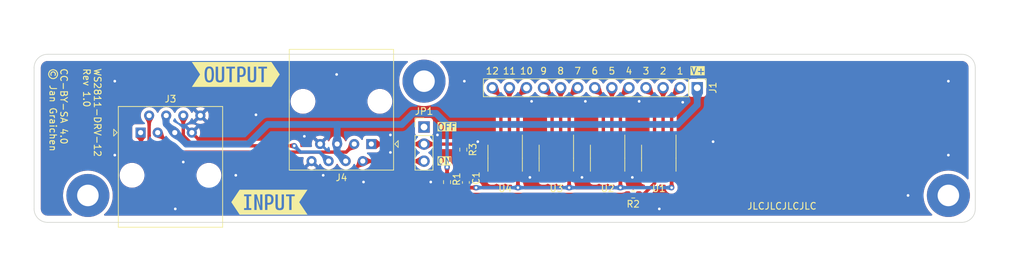
<source format=kicad_pcb>
(kicad_pcb (version 20221018) (generator pcbnew)
  (layers (0 "F.Cu" signal) (31 "B.Cu" signal) (34 "B.Paste" user) (35 "F.Paste" user) (36 "B.SilkS" user "B.Silkscreen") (37 "F.SilkS" user "F.Silkscreen") (38 "B.Mask" user) (39 "F.Mask" user) (44 "Edge.Cuts" user))
  (net 0 "")
  (net 1 "Net-(J3-Pad1)")
  (net 2 "Net-(J3-Pad3)")
  (net 3 "VCC")
  (net 4 "Net-(J3-Pad6)")
  (net 5 "GND")
  (net 6 "Net-(JP1-B)")
  (net 7 "Net-(U1-VDD)")
  (net 8 "Net-(U1-DIN)")
  (net 9 "Net-(U4-DO)")
  (net 10 "Net-(J1-Pin_2)")
  (net 11 "Net-(J1-Pin_3)")
  (net 12 "Net-(U1-DO)")
  (net 14 "Net-(J1-Pin_4)")
  (net 15 "Net-(J1-Pin_5)")
  (net 16 "Net-(J1-Pin_6)")
  (net 17 "Net-(JP1-C)")
  (net 18 "Net-(U2-DO)")
  (net 20 "Net-(J1-Pin_7)")
  (net 21 "Net-(J1-Pin_8)")
  (net 22 "Net-(J1-Pin_9)")
  (net 23 "Net-(U3-DO)")
  (net 25 "Net-(J1-Pin_10)")
  (net 26 "Net-(J1-Pin_11)")
  (net 27 "Net-(J1-Pin_12)")
  (net 29 "Net-(J1-Pin_13)")
  (footprint "MountingHole:MountingHole_3.2mm_M3_Pad" (layer "F.Cu") (at 135 85)
    (fp_text reference "REF**" hide)
    (fp_text value "MountingHole_3.2mm_M3_Pad")
    (pad "1" thru_hole circle (at 0 0) (size 6.4 6.4) (drill 3.2) (layers "*.Cu" "*.Mask"))
  )
  (footprint "Capacitor_SMD:C_0603_1608Metric" (layer "F.Cu") (at 141.224 100.063 90)
    (fp_text reference "C1" (at 0.622 1.524 90) (layer "F.SilkS"))
    (fp_text value "104")
    (fp_line (start -0.14058 -0.51) (end 0.14058 -0.51) (stroke (width 0.12)) (layer "F.SilkS"))
    (fp_line (start -0.14058 0.51) (end 0.14058 0.51) (stroke (width 0.12)) (layer "F.SilkS"))
    (pad "1" smd roundrect (at -0.775 0 90) (size 0.9 0.95) (layers "F.Cu" "F.Paste" "F.Mask") (net 7 "Net-(U1-VDD)"))
    (pad "2" smd roundrect (at 0.775 0 90) (size 0.9 0.95) (layers "F.Cu" "F.Paste" "F.Mask") (net 5 "GND"))
  )
  (footprint "MountingHole:MountingHole_3.2mm_M3_Pad" (layer "F.Cu") (at 85 102)
    (fp_text reference "REF**" hide)
    (fp_text value "MountingHole_3.2mm_M3_Pad")
    (pad "1" thru_hole circle (at 0 0) (size 6.4 6.4) (drill 3.2) (layers "*.Cu" "*.Mask"))
  )
  (footprint "Resistor_SMD:R_0603_1608Metric" (layer "F.Cu") (at 166.116 101.854 180)
    (fp_text reference "R2" (at 0 -1.43) (layer "F.SilkS"))
    (fp_text value "33R")
    (fp_line (start -0.237258 -0.5225) (end 0.237258 -0.5225) (stroke (width 0.12)) (layer "F.SilkS"))
    (fp_line (start -0.237258 0.5225) (end 0.237258 0.5225) (stroke (width 0.12)) (layer "F.SilkS"))
    (pad "1" smd roundrect (at -0.825 0 180) (size 0.8 0.95) (layers "F.Cu" "F.Paste" "F.Mask") (net 8 "Net-(U1-DIN)"))
    (pad "2" smd roundrect (at 0.825 0 180) (size 0.8 0.95) (layers "F.Cu" "F.Paste" "F.Mask") (net 1 "Net-(J3-Pad1)"))
  )
  (footprint "kibuzzard-6563A51A" (layer "F.Cu") (at 107 84)
    (fp_text reference "kibuzzard-6563A51A" hide)
    (fp_text value "G***" hide)
    (fp_poly (pts (xy 1.144588 -0.415925) (xy 1.121172 -0.642937) (xy 1.050925 -0.796925) (xy 0.931466 -0.885031) (xy 0.760413 -0.9144) (xy 0.576263 -0.889) (xy 0.576263 0.085725) (xy 0.760413 0.10795) (xy 0.931466 0.078184) (xy 1.050925 -0.011112) (xy 1.121172 -0.171847) (xy 1.144588 -0.415925)) (fill solid) (layer "F.SilkS"))
    (fp_poly (pts (xy -3.668712 -0.719137) (xy -3.780631 -0.865584) (xy -3.944937 -0.9144) (xy -4.109244 -0.865584) (xy -4.221162 -0.719137) (xy -4.268787 -0.55245) (xy -4.297362 -0.312737) (xy -4.306887 0) (xy -4.297362 0.312738) (xy -4.268787 0.55245) (xy -4.221162 0.719138) (xy -4.109244 0.865584) (xy -3.944937 0.9144) (xy -3.780631 0.865584) (xy -3.668712 0.719138) (xy -3.621087 0.55245) (xy -3.592512 0.312738) (xy -3.582987 0) (xy -3.592512 -0.312737) (xy -3.621087 -0.55245) (xy -3.668712 -0.719137)) (fill solid) (layer "F.SilkS"))
    (fp_poly (pts (xy -4.643437 -1.852083) (xy -5.304896 -1.852083) (xy -6.539618 -1.852083) (xy -5.304896 0) (xy -6.539618 1.852083) (xy -5.304896 1.852083) (xy -4.643437 1.852083) (xy -3.944937 1.852083) (xy -3.944937 1.190625) (xy -4.1656 1.163638) (xy -4.338637 1.082675) (xy -4.470003 0.935831) (xy -4.56565 0.7112) (xy -4.608865 0.515056) (xy -4.634794 0.277989) (xy -4.643437 0) (xy -4.634794 -0.277989) (xy -4.608865 -0.515056) (xy -4.56565 -0.7112) (xy -4.470003 -0.935831) (xy -4.338637 -1.082675) (xy -4.1656 -1.163637) (xy -3.944937 -1.190625) (xy -3.724275 -1.163637) (xy -3.551237 -1.082675) (xy -3.419872 -0.935831) (xy -3.324225 -0.7112) (xy -3.28101 -0.515056) (xy -3.255081 -0.277989) (xy -3.246437 0) (xy -3.255081 0.277989) (xy -3.28101 0.515056) (xy -3.324225 0.7112) (xy -3.419872 0.935831) (xy -3.551237 1.082675) (xy -3.724275 1.163638) (xy -3.944937 1.190625) (xy -3.944937 1.852083) (xy -2.357437 1.852083) (xy -2.357437 1.190625) (xy -2.562578 1.174397) (xy -2.725032 1.125714) (xy -2.8448 1.044575) (xy -2.926821 0.925336) (xy -2.976033 0.762353) (xy -2.992437 0.555625) (xy -2.992437 -1.158875) (xy -2.633662 -1.158875) (xy -2.633662 0.492125) (xy -2.617787 0.697706) (xy -2.570162 0.8255) (xy -2.483644 0.892175) (xy -2.351087 0.9144) (xy -2.132012 0.827088) (xy -2.084387 0.699691) (xy -2.068512 0.492125) (xy -2.068512 -1.158875) (xy -1.722437 -1.158875) (xy -1.722437 0.555625) (xy -1.738842 0.762353) (xy -1.788054 0.925336) (xy -1.870075 1.044575) (xy -1.989843 1.125714) (xy -2.152297 1.174397) (xy -2.357437 1.190625) (xy -2.357437 1.852083) (xy -0.592137 1.852083) (xy -0.592137 1.158875) (xy -0.947737 1.158875) (xy -0.947737 -0.88265) (xy -1.420812 -0.88265) (xy -1.420812 -1.158875) (xy -0.119062 -1.158875) (xy -0.119062 -0.88265) (xy -0.592137 -0.88265) (xy -0.592137 1.158875) (xy -0.592137 1.852083) (xy 0.576263 1.852083) (xy 0.576263 1.158875) (xy 0.220663 1.158875) (xy 0.220663 -1.127125) (xy 0.397757 -1.162403) (xy 0.577674 -1.183569) (xy 0.760413 -1.190625) (xy 0.991482 -1.17034) (xy 1.17669 -1.109486) (xy 1.316038 -1.008062) (xy 1.413051 -0.861131) (xy 1.47126 -0.663751) (xy 1.490663 -0.415925) (xy 1.470731 -0.163689) (xy 1.410935 0.038453) (xy 1.311275 0.1905) (xy 1.17034 0.296333) (xy 0.986719 0.359833) (xy 0.760413 0.381) (xy 0.576263 0.365125) (xy 0.576263 1.158875) (xy 0.576263 1.852083) (xy 2.405063 1.852083) (xy 2.405063 1.190625) (xy 2.199922 1.174397) (xy 2.037468 1.125714) (xy 1.9177 1.044575) (xy 1.835679 0.925336) (xy 1.786467 0.762353) (xy 1.770063 0.555625) (xy 1.770063 -1.158875) (xy 2.128838 -1.158875) (xy 2.128838 0.492125) (xy 2.144713 0.697706) (xy 2.192338 0.8255) (xy 2.278856 0.892175) (xy 2.411413 0.9144) (xy 2.630488 0.827088) (xy 2.678113 0.699691) (xy 2.693988 0.492125) (xy 2.693988 -1.158875) (xy 3.040063 -1.158875) (xy 3.040063 0.555625) (xy 3.023658 0.762353) (xy 2.974446 0.925336) (xy 2.892425 1.044575) (xy 2.772657 1.125714) (xy 2.610203 1.174397) (xy 2.405063 1.190625) (xy 2.405063 1.852083) (xy 4.170363 1.852083) (xy 4.170363 1.158875) (xy 3.814763 1.158875) (xy 3.814763 -0.88265) (xy 3.341688 -0.88265) (xy 3.341688 -1.158875) (xy 4.643438 -1.158875) (xy 4.643438 -0.88265) (xy 4.170363 -0.88265) (xy 4.170363 1.158875) (xy 4.170363 1.852083) (xy 4.643438 1.852083) (xy 5.304896 1.852083) (xy 6.539618 0) (xy 5.304896 -1.852083) (xy 4.643438 -1.852083) (xy -4.643437 -1.852083)) (fill solid) (layer "F.SilkS"))
  )
  (footprint "kibuzzard-6563A507" (layer "F.Cu") (at 112 103)
    (fp_text reference "kibuzzard-6563A507" hide)
    (fp_text value "G***" hide)
    (fp_poly (pts (xy 0.271463 -0.415925) (xy 0.248047 -0.642937) (xy 0.1778 -0.796925) (xy 0.058341 -0.885031) (xy -0.112712 -0.9144) (xy -0.296862 -0.889) (xy -0.296862 0.085725) (xy -0.112712 0.10795) (xy 0.058341 0.078184) (xy 0.1778 -0.011112) (xy 0.248047 -0.171847) (xy 0.271463 -0.415925)) (fill solid) (layer "F.SilkS"))
    (fp_poly (pts (xy -3.770312 -1.852083) (xy -4.431771 -1.852083) (xy -5.666493 0) (xy -4.431771 1.852083) (xy -3.770312 1.852083) (xy -2.690812 1.852083) (xy -2.690812 1.158875) (xy -3.770312 1.158875) (xy -3.770312 0.88265) (xy -3.414712 0.88265) (xy -3.414712 -0.88265) (xy -3.770312 -0.88265) (xy -3.770312 -1.158875) (xy -2.690812 -1.158875) (xy -2.690812 -0.88265) (xy -3.046412 -0.88265) (xy -3.046412 0.88265) (xy -2.690812 0.88265) (xy -2.690812 1.158875) (xy -2.690812 1.852083) (xy -2.246312 1.852083) (xy -2.246312 1.158875) (xy -2.246312 -1.158875) (xy -1.878012 -1.158875) (xy -1.382712 0.523875) (xy -1.373187 0.523875) (xy -1.373187 -1.158875) (xy -1.039812 -1.158875) (xy -1.039812 1.158875) (xy -1.395412 1.158875) (xy -1.890712 -0.523875) (xy -1.897062 -0.523875) (xy -1.897062 1.158875) (xy -2.246312 1.158875) (xy -2.246312 1.852083) (xy -0.296862 1.852083) (xy -0.296862 1.158875) (xy -0.652462 1.158875) (xy -0.652462 -1.127125) (xy -0.475368 -1.162403) (xy -0.295451 -1.183569) (xy -0.112712 -1.190625) (xy 0.118357 -1.17034) (xy 0.303565 -1.109486) (xy 0.442913 -1.008062) (xy 0.539926 -0.861131) (xy 0.598135 -0.663751) (xy 0.617538 -0.415925) (xy 0.597606 -0.163689) (xy 0.53781 0.038453) (xy 0.43815 0.1905) (xy 0.297215 0.296333) (xy 0.113594 0.359833) (xy -0.112712 0.381) (xy -0.296862 0.365125) (xy -0.296862 1.158875) (xy -0.296862 1.852083) (xy 1.531938 1.852083) (xy 1.531938 1.190625) (xy 1.326797 1.174397) (xy 1.164343 1.125714) (xy 1.044575 1.044575) (xy 0.962554 0.925336) (xy 0.913342 0.762353) (xy 0.896938 0.555625) (xy 0.896938 -1.158875) (xy 1.255713 -1.158875) (xy 1.255713 0.492125) (xy 1.271588 0.697706) (xy 1.319213 0.8255) (xy 1.405731 0.892175) (xy 1.538288 0.9144) (xy 1.757363 0.827088) (xy 1.804988 0.699691) (xy 1.820863 0.492125) (xy 1.820863 -1.158875) (xy 2.166938 -1.158875) (xy 2.166938 0.555625) (xy 2.150533 0.762353) (xy 2.101321 0.925336) (xy 2.0193 1.044575) (xy 1.899532 1.125714) (xy 1.737078 1.174397) (xy 1.531938 1.190625) (xy 1.531938 1.852083) (xy 3.297238 1.852083) (xy 3.297238 1.158875) (xy 2.941638 1.158875) (xy 2.941638 -0.88265) (xy 2.468563 -0.88265) (xy 2.468563 -1.158875) (xy 3.770313 -1.158875) (xy 3.770313 -0.88265) (xy 3.297238 -0.88265) (xy 3.297238 1.158875) (xy 3.297238 1.852083) (xy 3.770313 1.852083) (xy 4.431771 1.852083) (xy 5.666493 1.852083) (xy 4.431771 0) (xy 5.666493 -1.852083) (xy 4.431771 -1.852083) (xy 3.770313 -1.852083) (xy -3.770313 -1.852083) (xy -3.770312 -1.852083)) (fill solid) (layer "F.SilkS"))
  )
  (footprint "Connector_RJ:RJ45_Amphenol_54602-x08_Horizontal" (layer "F.Cu") (at 92.84 92.65)
    (fp_text reference "J3" (at 4.445 -5) (layer "F.SilkS"))
    (fp_text value "RJ45 IN")
    (fp_line (start -4 -0.5) (end -4 0.5) (stroke (width 0.12)) (layer "F.SilkS"))
    (fp_line (start -4 0.5) (end -3.5 0) (stroke (width 0.12)) (layer "F.SilkS"))
    (fp_line (start -3.5 0) (end -4 -0.5) (stroke (width 0.12)) (layer "F.SilkS"))
    (fp_line (start -3.315 -3.88) (end -3.315 14.08) (stroke (width 0.12)) (layer "F.SilkS"))
    (fp_line (start -3.315 14.08) (end 12.205 14.08) (stroke (width 0.12)) (layer "F.SilkS"))
    (fp_line (start 12.205 -3.88) (end -3.315 -3.88) (stroke (width 0.12)) (layer "F.SilkS"))
    (fp_line (start 12.205 -3.88) (end 12.205 14.08) (stroke (width 0.12)) (layer "F.SilkS"))
    (pad "" np_thru_hole circle (at -1.27 6.35) (size 3.2 3.2) (drill 3.2) (layers "*.Cu" "*.Mask"))
    (pad "" np_thru_hole circle (at 10.16 6.35) (size 3.2 3.2) (drill 3.2) (layers "*.Cu" "*.Mask"))
    (pad "1" thru_hole rect (at 0 0) (size 1.5 1.5) (drill 0.76) (layers "*.Cu" "*.Mask") (net 1 "Net-(J3-Pad1)"))
    (pad "2" thru_hole circle (at 1.27 -2.54) (size 1.5 1.5) (drill 0.76) (layers "*.Cu" "*.Mask") (net 6 "Net-(JP1-B)"))
    (pad "3" thru_hole circle (at 2.54 0) (size 1.5 1.5) (drill 0.76) (layers "*.Cu" "*.Mask") (net 2 "Net-(J3-Pad3)"))
    (pad "4" thru_hole circle (at 3.81 -2.54) (size 1.5 1.5) (drill 0.76) (layers "*.Cu" "*.Mask") (net 3 "VCC"))
    (pad "5" thru_hole circle (at 5.08 0) (size 1.5 1.5) (drill 0.76) (layers "*.Cu" "*.Mask") (net 3 "VCC"))
    (pad "6" thru_hole circle (at 6.35 -2.54) (size 1.5 1.5) (drill 0.76) (layers "*.Cu" "*.Mask") (net 4 "Net-(J3-Pad6)"))
    (pad "7" thru_hole circle (at 7.62 0) (size 1.5 1.5) (drill 0.76) (layers "*.Cu" "*.Mask") (net 5 "GND"))
    (pad "8" thru_hole circle (at 8.89 -2.54) (size 1.5 1.5) (drill 0.76) (layers "*.Cu" "*.Mask") (net 5 "GND"))
  )
  (footprint "Connector_RJ:RJ45_Amphenol_54602-x08_Horizontal" (layer "F.Cu") (at 127.16 94.35 180)
    (fp_text reference "J4" (at 4.445 -5) (layer "F.SilkS"))
    (fp_text value "RJ45 OUT")
    (fp_line (start -4 -0.5) (end -4 0.5) (stroke (width 0.12)) (layer "F.SilkS"))
    (fp_line (start -4 0.5) (end -3.5 0) (stroke (width 0.12)) (layer "F.SilkS"))
    (fp_line (start -3.5 0) (end -4 -0.5) (stroke (width 0.12)) (layer "F.SilkS"))
    (fp_line (start -3.315 -3.88) (end -3.315 14.08) (stroke (width 0.12)) (layer "F.SilkS"))
    (fp_line (start -3.315 14.08) (end 12.205 14.08) (stroke (width 0.12)) (layer "F.SilkS"))
    (fp_line (start 12.205 -3.88) (end -3.315 -3.88) (stroke (width 0.12)) (layer "F.SilkS"))
    (fp_line (start 12.205 -3.88) (end 12.205 14.08) (stroke (width 0.12)) (layer "F.SilkS"))
    (pad "" np_thru_hole circle (at -1.27 6.35 180) (size 3.2 3.2) (drill 3.2) (layers "*.Cu" "*.Mask"))
    (pad "" np_thru_hole circle (at 10.16 6.35 180) (size 3.2 3.2) (drill 3.2) (layers "*.Cu" "*.Mask"))
    (pad "1" thru_hole rect (at 0 0 180) (size 1.5 1.5) (drill 0.76) (layers "*.Cu" "*.Mask") (net 17 "Net-(JP1-C)"))
    (pad "2" thru_hole circle (at 1.27 -2.54 180) (size 1.5 1.5) (drill 0.76) (layers "*.Cu" "*.Mask") (net 6 "Net-(JP1-B)"))
    (pad "3" thru_hole circle (at 2.54 0 180) (size 1.5 1.5) (drill 0.76) (layers "*.Cu" "*.Mask") (net 2 "Net-(J3-Pad3)"))
    (pad "4" thru_hole circle (at 3.81 -2.54 180) (size 1.5 1.5) (drill 0.76) (layers "*.Cu" "*.Mask") (net 3 "VCC"))
    (pad "5" thru_hole circle (at 5.08 0 180) (size 1.5 1.5) (drill 0.76) (layers "*.Cu" "*.Mask") (net 3 "VCC"))
    (pad "6" thru_hole circle (at 6.35 -2.54 180) (size 1.5 1.5) (drill 0.76) (layers "*.Cu" "*.Mask") (net 4 "Net-(J3-Pad6)"))
    (pad "7" thru_hole circle (at 7.62 0 180) (size 1.5 1.5) (drill 0.76) (layers "*.Cu" "*.Mask") (net 5 "GND"))
    (pad "8" thru_hole circle (at 8.89 -2.54 180) (size 1.5 1.5) (drill 0.76) (layers "*.Cu" "*.Mask") (net 5 "GND"))
  )
  (footprint "Connector_PinHeader_2.54mm:PinHeader_1x13_P2.54mm_Vertical" (layer "F.Cu") (at 175.641 85.979 -90)
    (fp_text reference "J1" (at 0 -2.33 90) (layer "F.SilkS"))
    (fp_text value "Conn_01x13_Pin" hide)
    (fp_line (start -1.33 -1.33) (end 0 -1.33) (stroke (width 0.12)) (layer "F.SilkS"))
    (fp_line (start -1.33 0) (end -1.33 -1.33) (stroke (width 0.12)) (layer "F.SilkS"))
    (fp_line (start -1.33 1.27) (end -1.33 31.81) (stroke (width 0.12)) (layer "F.SilkS"))
    (fp_line (start -1.33 1.27) (end 1.33 1.27) (stroke (width 0.12)) (layer "F.SilkS"))
    (fp_line (start -1.33 31.81) (end 1.33 31.81) (stroke (width 0.12)) (layer "F.SilkS"))
    (fp_line (start 1.33 1.27) (end 1.33 31.81) (stroke (width 0.12)) (layer "F.SilkS"))
    (pad "1" thru_hole rect (at 0 0 270) (size 1.7 1.7) (drill 1) (layers "*.Cu" "*.Mask") (net 3 "VCC"))
    (pad "2" thru_hole oval (at 0 2.54 270) (size 1.7 1.7) (drill 1) (layers "*.Cu" "*.Mask") (net 10 "Net-(J1-Pin_2)"))
    (pad "3" thru_hole oval (at 0 5.08 270) (size 1.7 1.7) (drill 1) (layers "*.Cu" "*.Mask") (net 11 "Net-(J1-Pin_3)"))
    (pad "4" thru_hole oval (at 0 7.62 270) (size 1.7 1.7) (drill 1) (layers "*.Cu" "*.Mask") (net 14 "Net-(J1-Pin_4)"))
    (pad "5" thru_hole oval (at 0 10.16 270) (size 1.7 1.7) (drill 1) (layers "*.Cu" "*.Mask") (net 15 "Net-(J1-Pin_5)"))
    (pad "6" thru_hole oval (at 0 12.7 270) (size 1.7 1.7) (drill 1) (layers "*.Cu" "*.Mask") (net 16 "Net-(J1-Pin_6)"))
    (pad "7" thru_hole oval (at 0 15.24 270) (size 1.7 1.7) (drill 1) (layers "*.Cu" "*.Mask") (net 20 "Net-(J1-Pin_7)"))
    (pad "8" thru_hole oval (at 0 17.78 270) (size 1.7 1.7) (drill 1) (layers "*.Cu" "*.Mask") (net 21 "Net-(J1-Pin_8)"))
    (pad "9" thru_hole oval (at 0 20.32 270) (size 1.7 1.7) (drill 1) (layers "*.Cu" "*.Mask") (net 22 "Net-(J1-Pin_9)"))
    (pad "10" thru_hole oval (at 0 22.86 270) (size 1.7 1.7) (drill 1) (layers "*.Cu" "*.Mask") (net 25 "Net-(J1-Pin_10)"))
    (pad "11" thru_hole oval (at 0 25.4 270) (size 1.7 1.7) (drill 1) (layers "*.Cu" "*.Mask") (net 26 "Net-(J1-Pin_11)"))
    (pad "12" thru_hole oval (at 0 27.94 270) (size 1.7 1.7) (drill 1) (layers "*.Cu" "*.Mask") (net 27 "Net-(J1-Pin_12)"))
    (pad "13" thru_hole oval (at 0 30.48 270) (size 1.7 1.7) (drill 1) (layers "*.Cu" "*.Mask") (net 29 "Net-(J1-Pin_13)"))
  )
  (footprint "MountingHole:MountingHole_3.2mm_M3_Pad" (layer "F.Cu") (at 213 102)
    (fp_text reference "REF**" hide)
    (fp_text value "MountingHole_3.2mm_M3_Pad")
    (pad "1" thru_hole circle (at 0 0) (size 6.4 6.4) (drill 3.2) (layers "*.Cu" "*.Mask"))
  )
  (footprint "Connector_PinHeader_2.54mm:PinHeader_1x03_P2.54mm_Vertical" (layer "F.Cu") (at 135.001 91.821)
    (fp_text reference "JP1" (at 0 -2.33) (layer "F.SilkS"))
    (fp_text value "Jumper_3_Bridged12")
    (fp_line (start -1.33 -1.33) (end 0 -1.33) (stroke (width 0.12)) (layer "F.SilkS"))
    (fp_line (start -1.33 0) (end -1.33 -1.33) (stroke (width 0.12)) (layer "F.SilkS"))
    (fp_line (start -1.33 1.27) (end -1.33 6.41) (stroke (width 0.12)) (layer "F.SilkS"))
    (fp_line (start -1.33 1.27) (end 1.33 1.27) (stroke (width 0.12)) (layer "F.SilkS"))
    (fp_line (start -1.33 6.41) (end 1.33 6.41) (stroke (width 0.12)) (layer "F.SilkS"))
    (fp_line (start 1.33 1.27) (end 1.33 6.41) (stroke (width 0.12)) (layer "F.SilkS"))
    (pad "1" thru_hole rect (at 0 0) (size 1.7 1.7) (drill 1) (layers "*.Cu" "*.Mask"))
    (pad "2" thru_hole oval (at 0 2.54) (size 1.7 1.7) (drill 1) (layers "*.Cu" "*.Mask") (net 17 "Net-(JP1-C)"))
    (pad "3" thru_hole oval (at 0 5.08) (size 1.7 1.7) (drill 1) (layers "*.Cu" "*.Mask") (net 6 "Net-(JP1-B)"))
  )
  (footprint "Resistor_SMD:R_0603_1608Metric" (layer "F.Cu") (at 140.843 95.186 -90)
    (fp_text reference "R3" (at 0 -1.43 90) (layer "F.SilkS"))
    (fp_text value "33R")
    (fp_line (start -0.237258 -0.5225) (end 0.237258 -0.5225) (stroke (width 0.12)) (layer "F.SilkS"))
    (fp_line (start -0.237258 0.5225) (end 0.237258 0.5225) (stroke (width 0.12)) (layer "F.SilkS"))
    (pad "1" smd roundrect (at -0.825 0 270) (size 0.8 0.95) (layers "F.Cu" "F.Paste" "F.Mask") (net 17 "Net-(JP1-C)"))
    (pad "2" smd roundrect (at 0.825 0 270) (size 0.8 0.95) (layers "F.Cu" "F.Paste" "F.Mask") (net 9 "Net-(U4-DO)"))
  )
  (footprint "Package_SO:SOIC-8_3.9x4.9mm_P1.27mm" (layer "F.Cu") (at 169.926 96.455 -90)
    (fp_text reference "U1" (at 4.51 0 -180) (layer "F.SilkS"))
    (fp_text value "WS2811" hide)
    (fp_line (start 0 -2.56) (end -3.45 -2.56) (stroke (width 0.12)) (layer "F.SilkS"))
    (fp_line (start 0 -2.56) (end 1.95 -2.56) (stroke (width 0.12)) (layer "F.SilkS"))
    (fp_line (start 0 2.56) (end -1.95 2.56) (stroke (width 0.12)) (layer "F.SilkS"))
    (fp_line (start 0 2.56) (end 1.95 2.56) (stroke (width 0.12)) (layer "F.SilkS"))
    (pad "1" smd roundrect (at -2.475 -1.905 270) (size 1.95 0.6) (layers "F.Cu" "F.Paste" "F.Mask") (net 10 "Net-(J1-Pin_2)"))
    (pad "2" smd roundrect (at -2.475 -0.635 270) (size 1.95 0.6) (layers "F.Cu" "F.Paste" "F.Mask") (net 11 "Net-(J1-Pin_3)"))
    (pad "3" smd roundrect (at -2.475 0.635 270) (size 1.95 0.6) (layers "F.Cu" "F.Paste" "F.Mask") (net 14 "Net-(J1-Pin_4)"))
    (pad "4" smd roundrect (at -2.475 1.905 270) (size 1.95 0.6) (layers "F.Cu" "F.Paste" "F.Mask") (net 5 "GND"))
    (pad "5" smd roundrect (at 2.475 1.905 270) (size 1.95 0.6) (layers "F.Cu" "F.Paste" "F.Mask") (net 12 "Net-(U1-DO)"))
    (pad "6" smd roundrect (at 2.475 0.635 270) (size 1.95 0.6) (layers "F.Cu" "F.Paste" "F.Mask") (net 8 "Net-(U1-DIN)"))
    (pad "7" smd roundrect (at 2.475 -0.635 270) (size 1.95 0.6) (layers "F.Cu" "F.Paste" "F.Mask"))
    (pad "8" smd roundrect (at 2.475 -1.905 270) (size 1.95 0.6) (layers "F.Cu" "F.Paste" "F.Mask") (net 7 "Net-(U1-VDD)"))
  )
  (footprint "Resistor_SMD:R_0603_1608Metric" (layer "F.Cu") (at 138.43 100.013 -90)
    (fp_text reference "R1" (at -0.445 -1.43 90) (layer "F.SilkS"))
    (fp_text value "33R")
    (fp_line (start -0.237258 -0.5225) (end 0.237258 -0.5225) (stroke (width 0.12)) (layer "F.SilkS"))
    (fp_line (start -0.237258 0.5225) (end 0.237258 0.5225) (stroke (width 0.12)) (layer "F.SilkS"))
    (pad "1" smd roundrect (at -0.825 0 270) (size 0.8 0.95) (layers "F.Cu" "F.Paste" "F.Mask") (net 3 "VCC"))
    (pad "2" smd roundrect (at 0.825 0 270) (size 0.8 0.95) (layers "F.Cu" "F.Paste" "F.Mask") (net 7 "Net-(U1-VDD)"))
  )
  (footprint "Package_SO:SOIC-8_3.9x4.9mm_P1.27mm" (layer "F.Cu") (at 154.686 96.455 -90)
    (fp_text reference "U3" (at 4.51 0 -180) (layer "F.SilkS"))
    (fp_text value "WS2811")
    (fp_line (start 0 -2.56) (end -3.45 -2.56) (stroke (width 0.12)) (layer "F.SilkS"))
    (fp_line (start 0 -2.56) (end 1.95 -2.56) (stroke (width 0.12)) (layer "F.SilkS"))
    (fp_line (start 0 2.56) (end -1.95 2.56) (stroke (width 0.12)) (layer "F.SilkS"))
    (fp_line (start 0 2.56) (end 1.95 2.56) (stroke (width 0.12)) (layer "F.SilkS"))
    (pad "1" smd roundrect (at -2.475 -1.905 270) (size 1.95 0.6) (layers "F.Cu" "F.Paste" "F.Mask") (net 21 "Net-(J1-Pin_8)"))
    (pad "2" smd roundrect (at -2.475 -0.635 270) (size 1.95 0.6) (layers "F.Cu" "F.Paste" "F.Mask") (net 22 "Net-(J1-Pin_9)"))
    (pad "3" smd roundrect (at -2.475 0.635 270) (size 1.95 0.6) (layers "F.Cu" "F.Paste" "F.Mask") (net 25 "Net-(J1-Pin_10)"))
    (pad "4" smd roundrect (at -2.475 1.905 270) (size 1.95 0.6) (layers "F.Cu" "F.Paste" "F.Mask") (net 5 "GND"))
    (pad "5" smd roundrect (at 2.475 1.905 270) (size 1.95 0.6) (layers "F.Cu" "F.Paste" "F.Mask") (net 23 "Net-(U3-DO)"))
    (pad "6" smd roundrect (at 2.475 0.635 270) (size 1.95 0.6) (layers "F.Cu" "F.Paste" "F.Mask") (net 18 "Net-(U2-DO)"))
    (pad "7" smd roundrect (at 2.475 -0.635 270) (size 1.95 0.6) (layers "F.Cu" "F.Paste" "F.Mask"))
    (pad "8" smd roundrect (at 2.475 -1.905 270) (size 1.95 0.6) (layers "F.Cu" "F.Paste" "F.Mask") (net 7 "Net-(U1-VDD)"))
  )
  (footprint "Package_SO:SOIC-8_3.9x4.9mm_P1.27mm" (layer "F.Cu") (at 162.306 96.455 -90)
    (fp_text reference "U2" (at 4.51 0 -180) (layer "F.SilkS"))
    (fp_text value "WS2811")
    (fp_line (start 0 -2.56) (end -3.45 -2.56) (stroke (width 0.12)) (layer "F.SilkS"))
    (fp_line (start 0 -2.56) (end 1.95 -2.56) (stroke (width 0.12)) (layer "F.SilkS"))
    (fp_line (start 0 2.56) (end -1.95 2.56) (stroke (width 0.12)) (layer "F.SilkS"))
    (fp_line (start 0 2.56) (end 1.95 2.56) (stroke (width 0.12)) (layer "F.SilkS"))
    (pad "1" smd roundrect (at -2.475 -1.905 270) (size 1.95 0.6) (layers "F.Cu" "F.Paste" "F.Mask") (net 15 "Net-(J1-Pin_5)"))
    (pad "2" smd roundrect (at -2.475 -0.635 270) (size 1.95 0.6) (layers "F.Cu" "F.Paste" "F.Mask") (net 16 "Net-(J1-Pin_6)"))
    (pad "3" smd roundrect (at -2.475 0.635 270) (size 1.95 0.6) (layers "F.Cu" "F.Paste" "F.Mask") (net 20 "Net-(J1-Pin_7)"))
    (pad "4" smd roundrect (at -2.475 1.905 270) (size 1.95 0.6) (layers "F.Cu" "F.Paste" "F.Mask") (net 5 "GND"))
    (pad "5" smd roundrect (at 2.475 1.905 270) (size 1.95 0.6) (layers "F.Cu" "F.Paste" "F.Mask") (net 18 "Net-(U2-DO)"))
    (pad "6" smd roundrect (at 2.475 0.635 270) (size 1.95 0.6) (layers "F.Cu" "F.Paste" "F.Mask") (net 12 "Net-(U1-DO)"))
    (pad "7" smd roundrect (at 2.475 -0.635 270) (size 1.95 0.6) (layers "F.Cu" "F.Paste" "F.Mask"))
    (pad "8" smd roundrect (at 2.475 -1.905 270) (size 1.95 0.6) (layers "F.Cu" "F.Paste" "F.Mask") (net 7 "Net-(U1-VDD)"))
  )
  (footprint "Package_SO:SOIC-8_3.9x4.9mm_P1.27mm" (layer "F.Cu") (at 147.066 96.455 -90)
    (fp_text reference "U4" (at 4.51 0 -180) (layer "F.SilkS"))
    (fp_text value "WS2811")
    (fp_line (start 0 -2.56) (end -3.45 -2.56) (stroke (width 0.12)) (layer "F.SilkS"))
    (fp_line (start 0 -2.56) (end 1.95 -2.56) (stroke (width 0.12)) (layer "F.SilkS"))
    (fp_line (start 0 2.56) (end -1.95 2.56) (stroke (width 0.12)) (layer "F.SilkS"))
    (fp_line (start 0 2.56) (end 1.95 2.56) (stroke (width 0.12)) (layer "F.SilkS"))
    (pad "1" smd roundrect (at -2.475 -1.905 270) (size 1.95 0.6) (layers "F.Cu" "F.Paste" "F.Mask") (net 26 "Net-(J1-Pin_11)"))
    (pad "2" smd roundrect (at -2.475 -0.635 270) (size 1.95 0.6) (layers "F.Cu" "F.Paste" "F.Mask") (net 27 "Net-(J1-Pin_12)"))
    (pad "3" smd roundrect (at -2.475 0.635 270) (size 1.95 0.6) (layers "F.Cu" "F.Paste" "F.Mask") (net 29 "Net-(J1-Pin_13)"))
    (pad "4" smd roundrect (at -2.475 1.905 270) (size 1.95 0.6) (layers "F.Cu" "F.Paste" "F.Mask") (net 5 "GND"))
    (pad "5" smd roundrect (at 2.475 1.905 270) (size 1.95 0.6) (layers "F.Cu" "F.Paste" "F.Mask") (net 9 "Net-(U4-DO)"))
    (pad "6" smd roundrect (at 2.475 0.635 270) (size 1.95 0.6) (layers "F.Cu" "F.Paste" "F.Mask") (net 23 "Net-(U3-DO)"))
    (pad "7" smd roundrect (at 2.475 -0.635 270) (size 1.95 0.6) (layers "F.Cu" "F.Paste" "F.Mask"))
    (pad "8" smd roundrect (at 2.475 -1.905 270) (size 1.95 0.6) (layers "F.Cu" "F.Paste" "F.Mask") (net 7 "Net-(U1-VDD)"))
  )
  (gr_line (start 215 81) (end 79 81) (stroke (width 0.1)) (layer "Edge.Cuts"))
  (gr_arc (start 217 104) (mid 216.414214 105.414214) (end 215 106) (stroke (width 0.1)) (layer "Edge.Cuts"))
  (gr_line (start 79 106) (end 215 106) (stroke (width 0.1)) (layer "Edge.Cuts"))
  (gr_line (start 217 104) (end 217 83) (stroke (width 0.1)) (layer "Edge.Cuts"))
  (gr_line (start 77 83) (end 77 104) (stroke (width 0.1)) (layer "Edge.Cuts"))
  (gr_arc (start 77 83) (mid 77.585786 81.585786) (end 79 81) (stroke (width 0.1)) (layer "Edge.Cuts"))
  (gr_arc (start 79 106) (mid 77.585786 105.414214) (end 77 104) (stroke (width 0.1)) (layer "Edge.Cuts"))
  (gr_arc (start 215 81) (mid 216.414214 81.585786) (end 217 83) (stroke (width 0.1)) (layer "Edge.Cuts"))
  (gr_text "WS2811-DRV-12\nRev 1.0" (at 87 83 270) (layer "F.SilkS") (effects (font (size 1 1)) (justify left top)))
  (gr_text "2" (at 170.561 84.074) (layer "F.SilkS") (effects (font (size 1 1)) (justify bottom)))
  (gr_text "3" (at 168.021 84.074) (layer "F.SilkS") (effects (font (size 1 1)) (justify bottom)))
  (gr_text "1" (at 173.101 84.074) (layer "F.SilkS") (effects (font (size 1 1)) (justify bottom)))
  (gr_text "6" (at 160.401 84.074) (layer "F.SilkS") (effects (font (size 1 1)) (justify bottom)))
  (gr_text "7" (at 157.861 84.074) (layer "F.SilkS") (effects (font (size 1 1)) (justify bottom)))
  (gr_text "JLCJLCJLCJLC" (at 183 103) (layer "F.SilkS") (effects (font (size 1 1)) (justify left top)))
  (gr_text "OFF" (at 136.906 91.821) (layer "F.SilkS" knockout) (effects (font (size 1 1)) (justify left)))
  (gr_text "5" (at 162.941 84.074) (layer "F.SilkS") (effects (font (size 1 1)) (justify bottom)))
  (gr_text "8" (at 155.321 84.074) (layer "F.SilkS") (effects (font (size 1 1)) (justify bottom)))
  (gr_text "11" (at 147.701 84.074) (layer "F.SilkS") (effects (font (size 1 1)) (justify bottom)))
  (gr_text "CC-BY-SA 4.0\n© Jan Graichen" (at 82 83 270) (layer "F.SilkS") (effects (font (size 1 1)) (justify left top)))
  (gr_text "9" (at 152.781 84.074) (layer "F.SilkS") (effects (font (size 1 1)) (justify bottom)))
  (gr_text "4" (at 165.481 84.074) (layer "F.SilkS") (effects (font (size 1 1)) (justify bottom)))
  (gr_text "12" (at 145.161 84.074) (layer "F.SilkS") (effects (font (size 1 1)) (justify bottom)))
  (gr_text "ON" (at 136.906 96.901) (layer "F.SilkS" knockout) (effects (font (size 1 1)) (justify left)))
  (gr_text "V+" (at 175.768 84.074) (layer "F.SilkS" knockout) (effects (font (size 1 1)) (justify bottom)))
  (gr_text "10" (at 150.241 84.074) (layer "F.SilkS") (effects (font (size 1 1)) (justify bottom)))
  (segment (start 92.84 93.9) (end 92.84 92.65) (width 0.5) (layer "F.Cu") (net 1))
  (segment (start 165.291 101.854) (end 100.794 101.854) (width 0.5) (layer "F.Cu") (net 1))
  (segment (start 100.794 101.854) (end 92.84 93.9) (width 0.5) (layer "F.Cu") (net 1))
  (segment (start 123.42 95.55) (end 124.62 94.35) (width 0.5) (layer "F.Cu") (net 2))
  (segment (start 98.28 95.55) (end 123.42 95.55) (width 0.5) (layer "F.Cu") (net 2))
  (segment (start 95.38 92.65) (end 98.28 95.55) (width 0.5) (layer "F.Cu") (net 2))
  (segment (start 138.43 99.188) (end 138.43 97.79) (width 0.5) (layer "F.Cu") (net 3))
  (via (at 138.43 97.79) (size 0.8) (drill 0.4) (layers "F.Cu" "B.Cu") (net 3))
  (segment (start 122.08 91.534) (end 122.174 91.44) (width 1) (layer "B.Cu") (net 3))
  (segment (start 122.08 94.35) (end 122.08 91.534) (width 1) (layer "B.Cu") (net 3))
  (segment (start 122.08 95.62) (end 123.35 96.89) (width 1) (layer "B.Cu") (net 3))
  (segment (start 138.43 97.79) (end 138.43 91.44) (width 0.5) (layer "B.Cu") (net 3))
  (segment (start 96.65 90.11) (end 96.65 91.38) (width 1) (layer "B.Cu") (net 3))
  (segment (start 172.72 91.44) (end 138.43 91.44) (width 1) (layer "B.Cu") (net 3))
  (segment (start 136.779 89.789) (end 138.43 91.44) (width 1) (layer "B.Cu") (net 3))
  (segment (start 133.35 89.789) (end 136.779 89.789) (width 1) (layer "B.Cu") (net 3))
  (segment (start 175.641 88.519) (end 172.72 91.44) (width 1) (layer "B.Cu") (net 3))
  (segment (start 96.65 91.38) (end 97.92 92.65) (width 1) (layer "B.Cu") (net 3))
  (segment (start 122.08 94.35) (end 122.08 95.62) (width 1) (layer "B.Cu") (net 3))
  (segment (start 99.631 94.361) (end 108.839 94.361) (width 1) (layer "B.Cu") (net 3))
  (segment (start 131.699 91.44) (end 133.35 89.789) (width 1) (layer "B.Cu") (net 3))
  (segment (start 97.92 92.65) (end 99.631 94.361) (width 1) (layer "B.Cu") (net 3))
  (segment (start 175.641 85.979) (end 175.641 88.519) (width 1) (layer "B.Cu") (net 3))
  (segment (start 122.174 91.44) (end 131.699 91.44) (width 1) (layer "B.Cu") (net 3))
  (segment (start 111.76 91.44) (end 122.174 91.44) (width 1) (layer "B.Cu") (net 3))
  (segment (start 108.839 94.361) (end 111.76 91.44) (width 1) (layer "B.Cu") (net 3))
  (segment (start 99.19 90.11) (end 99.19 93.077057) (width 0.5) (layer "F.Cu") (net 4))
  (segment (start 100.727943 94.615) (end 115.697 94.615) (width 0.5) (layer "F.Cu") (net 4))
  (segment (start 99.19 93.077057) (end 100.727943 94.615) (width 0.5) (layer "F.Cu") (net 4))
  (via (at 115.697 94.615) (size 0.8) (drill 0.4) (layers "F.Cu" "B.Cu") (net 4))
  (segment (start 116.632 95.55) (end 119.47 95.55) (width 0.5) (layer "B.Cu") (net 4))
  (segment (start 119.47 95.55) (end 120.81 96.89) (width 0.5) (layer "B.Cu") (net 4))
  (segment (start 115.697 94.615) (end 116.632 95.55) (width 0.5) (layer "B.Cu") (net 4))
  (via (at 143 94) (size 0.8) (drill 0.4) (layers "F.Cu" "B.Cu") (net 5))
  (via (at 167 88) (size 0.8) (drill 0.4) (layers "F.Cu" "B.Cu") (net 5))
  (via (at 173.482 88.138) (size 0.8) (drill 0.4) (layers "F.Cu" "B.Cu") (net 5))
  (via (at 178 94) (size 0.8) (drill 0.4) (layers "F.Cu" "B.Cu") (net 5))
  (via (at 151 88) (size 0.8) (drill 0.4) (layers "F.Cu" "B.Cu") (net 5))
  (via (at 150.749 99.314) (size 0.8) (drill 0.4) (layers "F.Cu" "B.Cu") (net 5))
  (via (at 137 93) (size 0.8) (drill 0.4) (layers "F.Cu" "B.Cu") (net 5))
  (via (at 170 104) (size 0.8) (drill 0.4) (layers "F.Cu" "B.Cu") (net 5))
  (via (at 207 102) (size 0.8) (drill 0.4) (layers "F.Cu" "B.Cu") (net 5))
  (via (at 110 90) (size 0.8) (drill 0.4) (layers "F.Cu" "B.Cu") (net 5))
  (via (at 158.496 99.314) (size 0.8) (drill 0.4) (layers "F.Cu" "B.Cu") (net 5))
  (via (at 165.989 99.314) (size 0.8) (drill 0.4) (layers "F.Cu" "B.Cu") (net 5))
  (via (at 130 93) (size 0.8) (drill 0.4) (layers "F.Cu" "B.Cu") (net 5))
  (via (at 136 100) (size 0.8) (drill 0.4) (layers "F.Cu" "B.Cu") (net 5))
  (via (at 126 100) (size 0.8) (drill 0.4) (layers "F.Cu" "B.Cu") (net 5))
  (via (at 159 88) (size 0.8) (drill 0.4) (layers "F.Cu" "B.Cu") (net 5))
  (via (at 120 99) (size 0.8) (drill 0.4) (layers "F.Cu" "B.Cu") (net 5))
  (via (at 89 96) (size 0.8) (drill 0.4) (layers "F.Cu" "B.Cu") (net 5))
  (via (at 107 99) (size 0.8) (drill 0.4) (layers "F.Cu" "B.Cu") (net 5))
  (via (at 89 85) (size 0.8) (drill 0.4) (layers "F.Cu" "B.Cu") (net 5))
  (via (at 130 95.6) (size 0.8) (drill 0.4) (layers "F.Cu" "B.Cu") (net 5))
  (via (at 122 84) (size 0.8) (drill 0.4) (layers "F.Cu" "B.Cu") (net 5))
  (via (at 213 85) (size 0.8) (drill 0.4) (layers "F.Cu" "B.Cu") (net 5))
  (via (at 141 85) (size 0.8) (drill 0.4) (layers "F.Cu" "B.Cu") (net 5))
  (via (at 117.2 93.2) (size 0.8) (drill 0.4) (layers "F.Cu" "B.Cu") (net 5))
  (via (at 99.187 97.028) (size 0.8) (drill 0.4) (layers "F.Cu" "B.Cu") (net 5))
  (via (at 98 104) (size 0.8) (drill 0.4) (layers "F.Cu" "B.Cu") (net 5))
  (via (at 213 96) (size 0.8) (drill 0.4) (layers "F.Cu" "B.Cu") (net 5))
  (segment (start 94.11 93.079848) (end 94.107 93.082848) (width 0.5) (layer "F.Cu") (net 6))
  (segment (start 94.107 94.17705) (end 101.08395 101.154) (width 0.5) (layer "F.Cu") (net 6))
  (segment (start 101.08395 101.154) (end 121.626 101.154) (width 0.5) (layer "F.Cu") (net 6))
  (segment (start 121.626 101.154) (end 125.89 96.89) (width 0.5) (layer "F.Cu") (net 6))
  (segment (start 94.11 90.11) (end 94.11 93.079848) (width 0.5) (layer "F.Cu") (net 6))
  (segment (start 125.901 96.901) (end 125.89 96.89) (width 0.5) (layer "F.Cu") (net 6))
  (segment (start 135 96.901) (end 125.901 96.901) (width 0.5) (layer "F.Cu") (net 6))
  (segment (start 94.107 93.082848) (end 94.107 94.17705) (width 0.5) (layer "F.Cu") (net 6))
  (segment (start 142.748 100.838) (end 141.224 100.838) (width 0.5) (layer "F.Cu") (net 7))
  (segment (start 156.591 98.93) (end 156.591 100.838) (width 0.5) (layer "F.Cu") (net 7))
  (segment (start 141.224 100.838) (end 138.43 100.838) (width 0.5) (layer "F.Cu") (net 7))
  (segment (start 164.211 98.93) (end 164.211 100.838) (width 0.5) (layer "F.Cu") (net 7))
  (segment (start 148.971 98.93) (end 148.971 100.838) (width 0.5) (layer "F.Cu") (net 7))
  (segment (start 171.831 98.93) (end 171.831 100.838) (width 0.5) (layer "F.Cu") (net 7))
  (via (at 171.831 100.838) (size 0.8) (drill 0.4) (layers "F.Cu" "B.Cu") (net 7))
  (via (at 142.748 100.838) (size 0.8) (drill 0.4) (layers "F.Cu" "B.Cu") (net 7))
  (via (at 148.971 100.838) (size 0.8) (drill 0.4) (layers "F.Cu" "B.Cu") (net 7))
  (via (at 164.211 100.838) (size 0.8) (drill 0.4) (layers "F.Cu" "B.Cu") (net 7))
  (via (at 156.591 100.838) (size 0.8) (drill 0.4) (layers "F.Cu" "B.Cu") (net 7))
  (segment (start 164.211 100.838) (end 156.591 100.838) (width 0.5) (layer "B.Cu") (net 7))
  (segment (start 156.591 100.838) (end 148.971 100.838) (width 0.5) (layer "B.Cu") (net 7))
  (segment (start 148.971 100.838) (end 142.748 100.838) (width 0.5) (layer "B.Cu") (net 7))
  (segment (start 171.831 100.838) (end 164.211 100.838) (width 0.5) (layer "B.Cu") (net 7))
  (segment (start 166.941 101.854) (end 167.64 101.854) (width 0.5) (layer "F.Cu") (net 8))
  (segment (start 169.291 100.203) (end 169.291 98.93) (width 0.5) (layer "F.Cu") (net 8))
  (segment (start 167.64 101.854) (end 169.291 100.203) (width 0.5) (layer "F.Cu") (net 8))
  (segment (start 145.161 97.028) (end 144.144 96.011) (width 0.5) (layer "F.Cu") (net 9))
  (segment (start 145.161 98.93) (end 145.161 97.028) (width 0.5) (layer "F.Cu") (net 9))
  (segment (start 144.144 96.011) (end 140.843 96.011) (width 0.5) (layer "F.Cu") (net 9))
  (segment (start 171.831 87.249) (end 173.101 85.979) (width 0.5) (layer "F.Cu") (net 10))
  (segment (start 171.831 93.98) (end 171.831 87.249) (width 0.5) (layer "F.Cu") (net 10))
  (segment (start 170.561 93.98) (end 170.561 85.979) (width 0.5) (layer "F.Cu") (net 11))
  (segment (start 162.121001 97.505) (end 161.671 97.955001) (width 0.5) (layer "F.Cu") (net 12))
  (segment (start 161.671 97.955001) (end 161.671 98.93) (width 0.5) (layer "F.Cu") (net 12))
  (segment (start 168.021 98.93) (end 166.596 97.505) (width 0.5) (layer "F.Cu") (net 12))
  (segment (start 166.596 97.505) (end 162.121001 97.505) (width 0.5) (layer "F.Cu") (net 12))
  (segment (start 169.291 87.249) (end 169.291 93.98) (width 0.5) (layer "F.Cu") (net 14))
  (segment (start 169.291 87.249) (end 168.021 85.979) (width 0.5) (layer "F.Cu") (net 14))
  (segment (start 164.211 87.249) (end 165.481 85.979) (width 0.5) (layer "F.Cu") (net 15))
  (segment (start 164.211 93.98) (end 164.211 87.249) (width 0.5) (layer "F.Cu") (net 15))
  (segment (start 162.941 93.98) (end 162.941 85.979) (width 0.5) (layer "F.Cu") (net 16))
  (segment (start 127.171 94.361) (end 127.16 94.35) (width 0.5) (layer "F.Cu") (net 17))
  (segment (start 135 94.361) (end 127.171 94.361) (width 0.5) (layer "F.Cu") (net 17))
  (segment (start 140.843 94.361) (end 135 94.361) (width 0.5) (layer "F.Cu") (net 17))
  (segment (start 158.976 97.505) (end 154.501001 97.505) (width 0.5) (layer "F.Cu") (net 18))
  (segment (start 154.501001 97.505) (end 154.051 97.955001) (width 0.5) (layer "F.Cu") (net 18))
  (segment (start 160.401 98.93) (end 158.976 97.505) (width 0.5) (layer "F.Cu") (net 18))
  (segment (start 154.051 97.955001) (end 154.051 98.93) (width 0.5) (layer "F.Cu") (net 18))
  (segment (start 161.671 93.98) (end 161.671 87.249) (width 0.5) (layer "F.Cu") (net 20))
  (segment (start 161.671 87.249) (end 160.401 85.979) (width 0.5) (layer "F.Cu") (net 20))
  (segment (start 156.591 87.249) (end 157.861 85.979) (width 0.5) (layer "F.Cu") (net 21))
  (segment (start 156.591 93.98) (end 156.591 87.249) (width 0.5) (layer "F.Cu") (net 21))
  (segment (start 155.321 93.98) (end 155.321 85.979) (width 0.5) (layer "F.Cu") (net 22))
  (segment (start 152.781 98.93) (end 151.356 97.505) (width 0.5) (layer "F.Cu") (net 23))
  (segment (start 146.431 97.955001) (end 146.431 98.93) (width 0.5) (layer "F.Cu") (net 23))
  (segment (start 151.356 97.505) (end 146.881001 97.505) (width 0.5) (layer "F.Cu") (net 23))
  (segment (start 146.881001 97.505) (end 146.431 97.955001) (width 0.5) (layer "F.Cu") (net 23))
  (segment (start 154.051 93.98) (end 154.051 87.249) (width 0.5) (layer "F.Cu") (net 25))
  (segment (start 154.051 87.249) (end 152.781 85.979) (width 0.5) (layer "F.Cu") (net 25))
  (segment (start 148.971 93.98) (end 148.971 87.249) (width 0.5) (layer "F.Cu") (net 26))
  (segment (start 148.971 87.249) (end 150.241 85.979) (width 0.5) (layer "F.Cu") (net 26))
  (segment (start 147.701 93.98) (end 147.701 85.979) (width 0.5) (layer "F.Cu") (net 27))
  (segment (start 146.431 93.98) (end 146.431 87.249) (width 0.5) (layer "F.Cu") (net 29))
  (segment (start 146.431 87.249) (end 145.161 85.979) (width 0.5) (layer "F.Cu") (net 29))
  (zone (net 5) (net_name "GND") (layers "F&B.Cu") (name "GND") (connect_pads (clearance 0.5)) (min_thickness 0.25) (fill yes (thermal_gap 0.5) (thermal_bridge_width 0.5) (smoothing fillet) (radius 1))
    (polygon (pts (xy 216 82) (xy 216 105) (xy 78 105) (xy 78 82)))
  )
)
</source>
